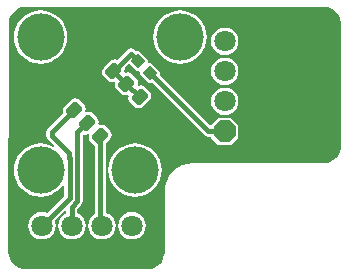
<source format=gtl>
G04 Layer_Physical_Order=1*
G04 Layer_Color=255*
%FSLAX44Y44*%
%MOMM*%
G71*
G01*
G75*
G04:AMPARAMS|DCode=10|XSize=1.3mm|YSize=1mm|CornerRadius=0.25mm|HoleSize=0mm|Usage=FLASHONLY|Rotation=45.000|XOffset=0mm|YOffset=0mm|HoleType=Round|Shape=RoundedRectangle|*
%AMROUNDEDRECTD10*
21,1,1.3000,0.5000,0,0,45.0*
21,1,0.8000,1.0000,0,0,45.0*
1,1,0.5000,0.4596,0.1061*
1,1,0.5000,-0.1061,-0.4596*
1,1,0.5000,-0.4596,-0.1061*
1,1,0.5000,0.1061,0.4596*
%
%ADD10ROUNDEDRECTD10*%
%ADD11P,1.2021X4X90.0*%
%ADD12C,0.4000*%
%ADD13C,4.0000*%
%ADD14C,1.8000*%
%ADD15P,1.9483X8X112.5*%
G36*
X1192428Y896281D02*
X1195912Y894838D01*
X1198903Y892543D01*
X1201198Y889552D01*
X1202641Y886068D01*
X1203023Y883173D01*
X1203076Y881936D01*
X1203055Y881830D01*
X1203055Y881830D01*
X1203055Y880670D01*
Y781076D01*
X1203021Y779847D01*
X1203021Y779846D01*
X1203073Y778587D01*
X1202820Y776020D01*
X1201964Y773198D01*
X1200574Y770597D01*
X1198703Y768317D01*
X1196423Y766446D01*
X1193822Y765056D01*
X1191000Y764200D01*
X1188957Y763999D01*
X1188956Y763999D01*
Y763999D01*
X1188924Y763965D01*
X1079690D01*
X1079501Y763927D01*
X1077690Y764106D01*
X1073052Y763649D01*
X1068592Y762296D01*
X1064481Y760099D01*
X1060878Y757142D01*
X1057921Y753539D01*
X1055724Y749428D01*
X1054371Y744968D01*
X1054167Y742889D01*
X1054055Y742330D01*
Y690572D01*
X1054055Y689330D01*
X1054060Y689304D01*
X1053964Y688074D01*
X1053787Y686277D01*
X1052933Y683461D01*
X1051546Y680865D01*
X1049679Y678591D01*
X1047404Y676724D01*
X1044809Y675337D01*
X1041993Y674483D01*
X1039217Y674209D01*
X1039190Y674215D01*
X936690D01*
X936621Y674201D01*
X933737Y674485D01*
X930898Y675346D01*
X928281Y676745D01*
X925987Y678627D01*
X924105Y680921D01*
X922706Y683538D01*
X921845Y686377D01*
X921561Y689258D01*
X921575Y689325D01*
X921823Y880810D01*
X921825Y882075D01*
Y882080D01*
X921916Y883312D01*
X922245Y885816D01*
X923688Y889298D01*
X925982Y892288D01*
X928972Y894582D01*
X932454Y896025D01*
X934958Y896354D01*
X936190Y896445D01*
X937460Y896447D01*
X1189194Y896695D01*
X1189229Y896702D01*
X1192428Y896281D01*
D02*
G37*
%LPC*%
G36*
X1104750Y828190D02*
X1101737Y827793D01*
X1098930Y826630D01*
X1096520Y824780D01*
X1094670Y822370D01*
X1093507Y819563D01*
X1093110Y816550D01*
X1093507Y813538D01*
X1094670Y810730D01*
X1096520Y808320D01*
X1098930Y806470D01*
X1101737Y805307D01*
X1104750Y804911D01*
X1107763Y805307D01*
X1110570Y806470D01*
X1112980Y808320D01*
X1114830Y810730D01*
X1115993Y813538D01*
X1116389Y816550D01*
X1115993Y819563D01*
X1114830Y822370D01*
X1112980Y824780D01*
X1110570Y826630D01*
X1107763Y827793D01*
X1104750Y828190D01*
D02*
G37*
G36*
X1028902Y780829D02*
X1024483Y780394D01*
X1020234Y779105D01*
X1016319Y777012D01*
X1012887Y774195D01*
X1010070Y770763D01*
X1007977Y766847D01*
X1006688Y762599D01*
X1006253Y758180D01*
X1006688Y753761D01*
X1007977Y749513D01*
X1010070Y745597D01*
X1012887Y742165D01*
X1016319Y739348D01*
X1020234Y737255D01*
X1024483Y735966D01*
X1028902Y735531D01*
X1033320Y735966D01*
X1037569Y737255D01*
X1041485Y739348D01*
X1044917Y742165D01*
X1047734Y745597D01*
X1049827Y749513D01*
X1051116Y753761D01*
X1051551Y758180D01*
X1051116Y762599D01*
X1049827Y766847D01*
X1047734Y770763D01*
X1044917Y774195D01*
X1041485Y777012D01*
X1037569Y779105D01*
X1033320Y780394D01*
X1028902Y780829D01*
D02*
G37*
G36*
X978307Y819005D02*
X976340Y818614D01*
X974673Y817500D01*
X969016Y811843D01*
X967902Y810176D01*
X967511Y808209D01*
X967864Y806434D01*
X955227Y793797D01*
X954223Y792295D01*
X953871Y790524D01*
X953871Y790524D01*
Y787500D01*
X953871Y787500D01*
X954223Y785729D01*
X955227Y784227D01*
X960447Y779007D01*
X959682Y777976D01*
X957569Y779105D01*
X953320Y780394D01*
X948902Y780829D01*
X944483Y780394D01*
X940234Y779105D01*
X936319Y777012D01*
X932887Y774195D01*
X930070Y770763D01*
X927977Y766847D01*
X926688Y762599D01*
X926253Y758180D01*
X926688Y753761D01*
X927977Y749513D01*
X930070Y745597D01*
X932887Y742165D01*
X936319Y739348D01*
X940234Y737255D01*
X944483Y735966D01*
X948902Y735531D01*
X953320Y735966D01*
X957569Y737255D01*
X961485Y739348D01*
X964917Y742165D01*
X967543Y745364D01*
X968813Y745112D01*
Y736599D01*
X954163Y721950D01*
X952972Y722443D01*
X949960Y722840D01*
X946947Y722443D01*
X944140Y721280D01*
X941730Y719430D01*
X939880Y717020D01*
X938717Y714212D01*
X938320Y711200D01*
X938717Y708187D01*
X939880Y705380D01*
X941730Y702970D01*
X944140Y701120D01*
X946947Y699957D01*
X949960Y699560D01*
X952972Y699957D01*
X955780Y701120D01*
X958190Y702970D01*
X960040Y705380D01*
X961203Y708187D01*
X961600Y711200D01*
X961203Y714212D01*
X960710Y715403D01*
X969558Y724251D01*
X970731Y723765D01*
Y721773D01*
X969540Y721280D01*
X967130Y719430D01*
X965280Y717020D01*
X964117Y714212D01*
X963720Y711200D01*
X964117Y708187D01*
X965280Y705380D01*
X967130Y702970D01*
X969540Y701120D01*
X972347Y699957D01*
X975360Y699560D01*
X978372Y699957D01*
X981180Y701120D01*
X983590Y702970D01*
X985440Y705380D01*
X986603Y708187D01*
X987000Y711200D01*
X986603Y714212D01*
X985440Y717020D01*
X983590Y719430D01*
X981180Y721280D01*
X979989Y721773D01*
Y725434D01*
X983255Y728700D01*
X983255Y728700D01*
X984258Y730201D01*
X984611Y731973D01*
Y787760D01*
X984767Y787975D01*
X985881Y788685D01*
X987322Y788398D01*
X989234Y788778D01*
X989479Y788599D01*
X989986Y788092D01*
X990165Y787848D01*
X989785Y785935D01*
X990176Y783969D01*
X991290Y782302D01*
X994826Y778766D01*
X994891Y778723D01*
Y721242D01*
X992530Y719430D01*
X990680Y717020D01*
X989517Y714212D01*
X989120Y711200D01*
X989517Y708187D01*
X990680Y705380D01*
X992530Y702970D01*
X994940Y701120D01*
X997747Y699957D01*
X1000760Y699560D01*
X1003773Y699957D01*
X1006580Y701120D01*
X1008990Y702970D01*
X1010840Y705380D01*
X1012003Y708187D01*
X1012400Y711200D01*
X1012003Y714212D01*
X1010840Y717020D01*
X1008990Y719430D01*
X1006580Y721280D01*
X1004149Y722287D01*
Y780822D01*
X1007750Y784423D01*
X1008864Y786090D01*
X1009255Y788057D01*
X1008864Y790023D01*
X1007750Y791690D01*
X1004214Y795226D01*
X1002547Y796340D01*
X1000581Y796731D01*
X998669Y796351D01*
X998424Y796530D01*
X997917Y797037D01*
X997738Y797282D01*
X998118Y799194D01*
X997727Y801160D01*
X996613Y802827D01*
X993077Y806363D01*
X991410Y807477D01*
X989444Y807868D01*
X987532Y807488D01*
X987287Y807667D01*
X986780Y808174D01*
X986601Y808419D01*
X986981Y810331D01*
X986590Y812297D01*
X985476Y813964D01*
X981940Y817500D01*
X980273Y818614D01*
X978307Y819005D01*
D02*
G37*
G36*
X1026160Y722840D02*
X1023148Y722443D01*
X1020340Y721280D01*
X1017930Y719430D01*
X1016080Y717020D01*
X1014917Y714212D01*
X1014520Y711200D01*
X1014917Y708187D01*
X1016080Y705380D01*
X1017930Y702970D01*
X1020340Y701120D01*
X1023148Y699957D01*
X1026160Y699560D01*
X1029173Y699957D01*
X1031980Y701120D01*
X1034390Y702970D01*
X1036240Y705380D01*
X1037403Y708187D01*
X1037800Y711200D01*
X1037403Y714212D01*
X1036240Y717020D01*
X1034390Y719430D01*
X1031980Y721280D01*
X1029173Y722443D01*
X1026160Y722840D01*
D02*
G37*
G36*
X1025250Y861379D02*
X1023479Y861027D01*
X1021977Y860023D01*
X1021977Y860023D01*
X1013683Y851730D01*
X1013507Y851848D01*
X1011541Y852239D01*
X1009574Y851848D01*
X1007907Y850734D01*
X1002250Y845077D01*
X1001136Y843410D01*
X1000745Y841443D01*
X1001136Y839477D01*
X1002250Y837810D01*
X1005786Y834274D01*
X1007453Y833160D01*
X1009419Y832769D01*
X1011331Y833149D01*
X1011576Y832970D01*
X1012083Y832463D01*
X1012262Y832218D01*
X1011882Y830306D01*
X1012273Y828340D01*
X1013387Y826673D01*
X1016923Y823137D01*
X1018590Y822023D01*
X1020556Y821632D01*
X1022468Y822012D01*
X1022713Y821833D01*
X1023220Y821326D01*
X1023399Y821081D01*
X1023019Y819169D01*
X1023410Y817203D01*
X1024524Y815536D01*
X1028060Y812000D01*
X1029727Y810886D01*
X1031693Y810495D01*
X1033660Y810886D01*
X1035327Y812000D01*
X1040984Y817657D01*
X1042098Y819324D01*
X1042489Y821291D01*
X1042098Y823257D01*
X1040984Y824924D01*
X1037448Y828460D01*
X1035781Y829574D01*
X1033815Y829965D01*
X1031902Y829585D01*
X1031658Y829764D01*
X1031151Y830271D01*
X1030972Y830516D01*
X1031352Y832428D01*
X1030961Y834394D01*
X1029847Y836061D01*
X1026311Y839597D01*
X1024644Y840711D01*
X1022678Y841102D01*
X1020766Y840722D01*
X1020521Y840901D01*
X1020014Y841408D01*
X1019835Y841653D01*
X1020215Y843565D01*
X1019949Y844902D01*
X1023687Y848640D01*
X1029669Y842658D01*
X1030509Y842097D01*
X1031500Y841900D01*
X1031836Y841967D01*
X1032866Y840936D01*
X1032799Y840601D01*
X1032997Y839609D01*
X1033558Y838769D01*
X1039568Y832759D01*
X1040408Y832197D01*
X1041400Y832000D01*
X1042391Y832197D01*
X1042909Y832544D01*
X1087577Y787877D01*
X1089079Y786873D01*
X1090850Y786521D01*
X1090850Y786521D01*
X1093186D01*
X1093357Y785659D01*
X1093919Y784819D01*
X1098419Y780319D01*
X1099259Y779757D01*
X1100250Y779560D01*
X1109250D01*
X1110241Y779757D01*
X1111081Y780319D01*
X1115581Y784819D01*
X1116143Y785659D01*
X1116340Y786650D01*
Y795650D01*
X1116143Y796641D01*
X1115581Y797481D01*
X1111081Y801981D01*
X1110241Y802543D01*
X1109250Y802740D01*
X1100250D01*
X1099259Y802543D01*
X1098419Y801981D01*
X1093919Y797481D01*
X1093495Y796847D01*
X1092558Y796562D01*
X1092036Y796510D01*
X1049456Y839090D01*
X1049802Y839609D01*
X1050000Y840601D01*
X1049802Y841592D01*
X1049241Y842432D01*
X1043231Y848442D01*
X1042391Y849004D01*
X1041400Y849201D01*
X1041064Y849134D01*
X1040033Y850164D01*
X1040100Y850500D01*
X1039903Y851491D01*
X1039342Y852331D01*
X1033331Y858342D01*
X1032491Y858903D01*
X1031500Y859100D01*
X1030509Y858903D01*
X1029990Y858556D01*
X1028523Y860023D01*
X1027021Y861027D01*
X1025250Y861379D01*
D02*
G37*
G36*
X1104750Y878990D02*
X1101737Y878593D01*
X1098930Y877430D01*
X1096520Y875580D01*
X1094670Y873170D01*
X1093507Y870362D01*
X1093110Y867350D01*
X1093507Y864337D01*
X1094670Y861530D01*
X1096520Y859120D01*
X1098930Y857270D01*
X1101737Y856107D01*
X1104750Y855711D01*
X1107763Y856107D01*
X1110570Y857270D01*
X1112980Y859120D01*
X1114830Y861530D01*
X1115993Y864337D01*
X1116389Y867350D01*
X1115993Y870362D01*
X1114830Y873170D01*
X1112980Y875580D01*
X1110570Y877430D01*
X1107763Y878593D01*
X1104750Y878990D01*
D02*
G37*
G36*
X1066902Y893429D02*
X1062483Y892994D01*
X1058234Y891705D01*
X1054319Y889612D01*
X1050887Y886795D01*
X1048070Y883363D01*
X1045977Y879447D01*
X1044688Y875199D01*
X1044253Y870780D01*
X1044688Y866361D01*
X1045977Y862113D01*
X1048070Y858197D01*
X1050887Y854765D01*
X1054319Y851948D01*
X1058234Y849855D01*
X1062483Y848566D01*
X1066902Y848131D01*
X1071320Y848566D01*
X1075569Y849855D01*
X1079485Y851948D01*
X1082917Y854765D01*
X1085734Y858197D01*
X1087827Y862113D01*
X1089116Y866361D01*
X1089551Y870780D01*
X1089116Y875199D01*
X1087827Y879447D01*
X1085734Y883363D01*
X1082917Y886795D01*
X1079485Y889612D01*
X1075569Y891705D01*
X1071320Y892994D01*
X1066902Y893429D01*
D02*
G37*
G36*
X1104750Y853590D02*
X1101737Y853193D01*
X1098930Y852030D01*
X1096520Y850180D01*
X1094670Y847770D01*
X1093507Y844962D01*
X1093110Y841950D01*
X1093507Y838938D01*
X1094670Y836130D01*
X1096520Y833720D01*
X1098930Y831870D01*
X1101737Y830707D01*
X1104750Y830311D01*
X1107763Y830707D01*
X1110570Y831870D01*
X1112980Y833720D01*
X1114830Y836130D01*
X1115993Y838938D01*
X1116389Y841950D01*
X1115993Y844962D01*
X1114830Y847770D01*
X1112980Y850180D01*
X1110570Y852030D01*
X1107763Y853193D01*
X1104750Y853590D01*
D02*
G37*
G36*
X948902Y893429D02*
X944483Y892994D01*
X940234Y891705D01*
X936319Y889612D01*
X932887Y886795D01*
X930070Y883363D01*
X927977Y879447D01*
X926688Y875199D01*
X926253Y870780D01*
X926688Y866361D01*
X927977Y862113D01*
X930070Y858197D01*
X932887Y854765D01*
X936319Y851948D01*
X940234Y849855D01*
X944483Y848566D01*
X948902Y848131D01*
X953320Y848566D01*
X957569Y849855D01*
X961485Y851948D01*
X964917Y854765D01*
X967734Y858197D01*
X969827Y862113D01*
X971116Y866361D01*
X971551Y870780D01*
X971116Y875199D01*
X969827Y879447D01*
X967734Y883363D01*
X964917Y886795D01*
X961485Y889612D01*
X957569Y891705D01*
X953320Y892994D01*
X948902Y893429D01*
D02*
G37*
%LPD*%
D10*
X977246Y809270D02*
D03*
X988383Y798133D02*
D03*
X999520Y786996D02*
D03*
X1032754Y820230D02*
D03*
X1021617Y831367D02*
D03*
X1010480Y842504D02*
D03*
D11*
X1041400Y840601D02*
D03*
X1031500Y850500D02*
D03*
D12*
X949960Y711200D02*
X973442Y734682D01*
Y768537D01*
X973250Y768728D02*
X973442Y768537D01*
X973250Y768728D02*
Y772750D01*
X958500Y787500D02*
X973250Y772750D01*
X958500Y787500D02*
Y790524D01*
X977246Y809270D01*
X987383Y798133D02*
X988383D01*
X979982Y790732D02*
X987383Y798133D01*
X979982Y731973D02*
Y790732D01*
X975360Y727351D02*
X979982Y731973D01*
X975360Y711200D02*
Y727351D01*
X999520Y712440D02*
X1000760Y711200D01*
X999520Y712440D02*
Y786996D01*
X1021617Y831367D02*
X1032754Y820230D01*
X1010480Y842504D02*
X1021617Y831367D01*
X1025250Y856750D02*
X1031500Y850500D01*
X1011004Y842504D02*
X1025250Y856750D01*
X1010480Y842504D02*
X1011004D01*
X1041400Y840601D02*
X1090850Y791150D01*
X1104750D01*
D13*
X1028902Y758180D02*
D03*
X948902D02*
D03*
Y870780D02*
D03*
X1066902D02*
D03*
D14*
X1026160Y711200D02*
D03*
X949960D02*
D03*
X975360D02*
D03*
X1000760D02*
D03*
X1104750Y816550D02*
D03*
Y841950D02*
D03*
Y867350D02*
D03*
D15*
Y791150D02*
D03*
M02*

</source>
